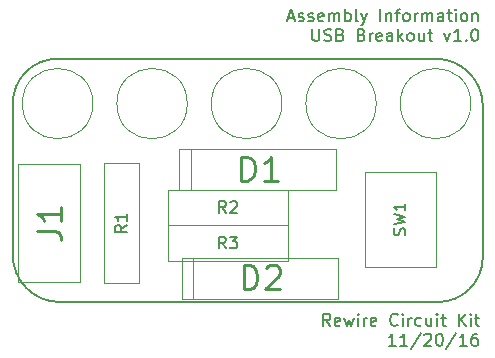
<source format=gbr>
%TF.GenerationSoftware,KiCad,Pcbnew,4.0.4+e1-6308~48~ubuntu14.04.1-stable*%
%TF.CreationDate,2016-11-21T12:06:34-08:00*%
%TF.ProjectId,USB-Breakout-with-Reset,5553422D427265616B6F75742D776974,rev?*%
%TF.FileFunction,Other,Fab,Top*%
%FSLAX46Y46*%
G04 Gerber Fmt 4.6, Leading zero omitted, Abs format (unit mm)*
G04 Created by KiCad (PCBNEW 4.0.4+e1-6308~48~ubuntu14.04.1-stable) date Mon Nov 21 12:06:34 2016*
%MOMM*%
%LPD*%
G01*
G04 APERTURE LIST*
%ADD10C,0.350000*%
%ADD11C,0.152400*%
%ADD12C,0.050000*%
%ADD13C,0.050800*%
%ADD14C,0.040640*%
%ADD15C,0.254000*%
%ADD16C,0.150000*%
G04 APERTURE END LIST*
D10*
D11*
X153075810Y-115821419D02*
X152737144Y-115337610D01*
X152495239Y-115821419D02*
X152495239Y-114805419D01*
X152882286Y-114805419D01*
X152979048Y-114853800D01*
X153027429Y-114902181D01*
X153075810Y-114998943D01*
X153075810Y-115144086D01*
X153027429Y-115240848D01*
X152979048Y-115289229D01*
X152882286Y-115337610D01*
X152495239Y-115337610D01*
X153898286Y-115773038D02*
X153801524Y-115821419D01*
X153608001Y-115821419D01*
X153511239Y-115773038D01*
X153462858Y-115676276D01*
X153462858Y-115289229D01*
X153511239Y-115192467D01*
X153608001Y-115144086D01*
X153801524Y-115144086D01*
X153898286Y-115192467D01*
X153946667Y-115289229D01*
X153946667Y-115385990D01*
X153462858Y-115482752D01*
X154285334Y-115144086D02*
X154478858Y-115821419D01*
X154672381Y-115337610D01*
X154865905Y-115821419D01*
X155059429Y-115144086D01*
X155446477Y-115821419D02*
X155446477Y-115144086D01*
X155446477Y-114805419D02*
X155398096Y-114853800D01*
X155446477Y-114902181D01*
X155494858Y-114853800D01*
X155446477Y-114805419D01*
X155446477Y-114902181D01*
X155930287Y-115821419D02*
X155930287Y-115144086D01*
X155930287Y-115337610D02*
X155978668Y-115240848D01*
X156027049Y-115192467D01*
X156123811Y-115144086D01*
X156220572Y-115144086D01*
X156946286Y-115773038D02*
X156849524Y-115821419D01*
X156656001Y-115821419D01*
X156559239Y-115773038D01*
X156510858Y-115676276D01*
X156510858Y-115289229D01*
X156559239Y-115192467D01*
X156656001Y-115144086D01*
X156849524Y-115144086D01*
X156946286Y-115192467D01*
X156994667Y-115289229D01*
X156994667Y-115385990D01*
X156510858Y-115482752D01*
X158784762Y-115724657D02*
X158736381Y-115773038D01*
X158591238Y-115821419D01*
X158494476Y-115821419D01*
X158349334Y-115773038D01*
X158252572Y-115676276D01*
X158204191Y-115579514D01*
X158155810Y-115385990D01*
X158155810Y-115240848D01*
X158204191Y-115047324D01*
X158252572Y-114950562D01*
X158349334Y-114853800D01*
X158494476Y-114805419D01*
X158591238Y-114805419D01*
X158736381Y-114853800D01*
X158784762Y-114902181D01*
X159220191Y-115821419D02*
X159220191Y-115144086D01*
X159220191Y-114805419D02*
X159171810Y-114853800D01*
X159220191Y-114902181D01*
X159268572Y-114853800D01*
X159220191Y-114805419D01*
X159220191Y-114902181D01*
X159704001Y-115821419D02*
X159704001Y-115144086D01*
X159704001Y-115337610D02*
X159752382Y-115240848D01*
X159800763Y-115192467D01*
X159897525Y-115144086D01*
X159994286Y-115144086D01*
X160768381Y-115773038D02*
X160671619Y-115821419D01*
X160478096Y-115821419D01*
X160381334Y-115773038D01*
X160332953Y-115724657D01*
X160284572Y-115627895D01*
X160284572Y-115337610D01*
X160332953Y-115240848D01*
X160381334Y-115192467D01*
X160478096Y-115144086D01*
X160671619Y-115144086D01*
X160768381Y-115192467D01*
X161639238Y-115144086D02*
X161639238Y-115821419D01*
X161203810Y-115144086D02*
X161203810Y-115676276D01*
X161252191Y-115773038D01*
X161348953Y-115821419D01*
X161494095Y-115821419D01*
X161590857Y-115773038D01*
X161639238Y-115724657D01*
X162123048Y-115821419D02*
X162123048Y-115144086D01*
X162123048Y-114805419D02*
X162074667Y-114853800D01*
X162123048Y-114902181D01*
X162171429Y-114853800D01*
X162123048Y-114805419D01*
X162123048Y-114902181D01*
X162461715Y-115144086D02*
X162848763Y-115144086D01*
X162606858Y-114805419D02*
X162606858Y-115676276D01*
X162655239Y-115773038D01*
X162752001Y-115821419D01*
X162848763Y-115821419D01*
X163961524Y-115821419D02*
X163961524Y-114805419D01*
X164542095Y-115821419D02*
X164106667Y-115240848D01*
X164542095Y-114805419D02*
X163961524Y-115385990D01*
X164977524Y-115821419D02*
X164977524Y-115144086D01*
X164977524Y-114805419D02*
X164929143Y-114853800D01*
X164977524Y-114902181D01*
X165025905Y-114853800D01*
X164977524Y-114805419D01*
X164977524Y-114902181D01*
X165316191Y-115144086D02*
X165703239Y-115144086D01*
X165461334Y-114805419D02*
X165461334Y-115676276D01*
X165509715Y-115773038D01*
X165606477Y-115821419D01*
X165703239Y-115821419D01*
X158639619Y-117497819D02*
X158059048Y-117497819D01*
X158349334Y-117497819D02*
X158349334Y-116481819D01*
X158252572Y-116626962D01*
X158155810Y-116723724D01*
X158059048Y-116772105D01*
X159607238Y-117497819D02*
X159026667Y-117497819D01*
X159316953Y-117497819D02*
X159316953Y-116481819D01*
X159220191Y-116626962D01*
X159123429Y-116723724D01*
X159026667Y-116772105D01*
X160768381Y-116433438D02*
X159897524Y-117739724D01*
X161058667Y-116578581D02*
X161107048Y-116530200D01*
X161203810Y-116481819D01*
X161445714Y-116481819D01*
X161542476Y-116530200D01*
X161590857Y-116578581D01*
X161639238Y-116675343D01*
X161639238Y-116772105D01*
X161590857Y-116917248D01*
X161010286Y-117497819D01*
X161639238Y-117497819D01*
X162268191Y-116481819D02*
X162364952Y-116481819D01*
X162461714Y-116530200D01*
X162510095Y-116578581D01*
X162558476Y-116675343D01*
X162606857Y-116868867D01*
X162606857Y-117110771D01*
X162558476Y-117304295D01*
X162510095Y-117401057D01*
X162461714Y-117449438D01*
X162364952Y-117497819D01*
X162268191Y-117497819D01*
X162171429Y-117449438D01*
X162123048Y-117401057D01*
X162074667Y-117304295D01*
X162026286Y-117110771D01*
X162026286Y-116868867D01*
X162074667Y-116675343D01*
X162123048Y-116578581D01*
X162171429Y-116530200D01*
X162268191Y-116481819D01*
X163768000Y-116433438D02*
X162897143Y-117739724D01*
X164638857Y-117497819D02*
X164058286Y-117497819D01*
X164348572Y-117497819D02*
X164348572Y-116481819D01*
X164251810Y-116626962D01*
X164155048Y-116723724D01*
X164058286Y-116772105D01*
X165509714Y-116481819D02*
X165316191Y-116481819D01*
X165219429Y-116530200D01*
X165171048Y-116578581D01*
X165074286Y-116723724D01*
X165025905Y-116917248D01*
X165025905Y-117304295D01*
X165074286Y-117401057D01*
X165122667Y-117449438D01*
X165219429Y-117497819D01*
X165412952Y-117497819D01*
X165509714Y-117449438D01*
X165558095Y-117401057D01*
X165606476Y-117304295D01*
X165606476Y-117062390D01*
X165558095Y-116965629D01*
X165509714Y-116917248D01*
X165412952Y-116868867D01*
X165219429Y-116868867D01*
X165122667Y-116917248D01*
X165074286Y-116965629D01*
X165025905Y-117062390D01*
X149544002Y-89731133D02*
X150027811Y-89731133D01*
X149447240Y-90021419D02*
X149785907Y-89005419D01*
X150124573Y-90021419D01*
X150414859Y-89973038D02*
X150511621Y-90021419D01*
X150705145Y-90021419D01*
X150801906Y-89973038D01*
X150850287Y-89876276D01*
X150850287Y-89827895D01*
X150801906Y-89731133D01*
X150705145Y-89682752D01*
X150560002Y-89682752D01*
X150463240Y-89634371D01*
X150414859Y-89537610D01*
X150414859Y-89489229D01*
X150463240Y-89392467D01*
X150560002Y-89344086D01*
X150705145Y-89344086D01*
X150801906Y-89392467D01*
X151237335Y-89973038D02*
X151334097Y-90021419D01*
X151527621Y-90021419D01*
X151624382Y-89973038D01*
X151672763Y-89876276D01*
X151672763Y-89827895D01*
X151624382Y-89731133D01*
X151527621Y-89682752D01*
X151382478Y-89682752D01*
X151285716Y-89634371D01*
X151237335Y-89537610D01*
X151237335Y-89489229D01*
X151285716Y-89392467D01*
X151382478Y-89344086D01*
X151527621Y-89344086D01*
X151624382Y-89392467D01*
X152495239Y-89973038D02*
X152398477Y-90021419D01*
X152204954Y-90021419D01*
X152108192Y-89973038D01*
X152059811Y-89876276D01*
X152059811Y-89489229D01*
X152108192Y-89392467D01*
X152204954Y-89344086D01*
X152398477Y-89344086D01*
X152495239Y-89392467D01*
X152543620Y-89489229D01*
X152543620Y-89585990D01*
X152059811Y-89682752D01*
X152979049Y-90021419D02*
X152979049Y-89344086D01*
X152979049Y-89440848D02*
X153027430Y-89392467D01*
X153124192Y-89344086D01*
X153269334Y-89344086D01*
X153366096Y-89392467D01*
X153414477Y-89489229D01*
X153414477Y-90021419D01*
X153414477Y-89489229D02*
X153462858Y-89392467D01*
X153559620Y-89344086D01*
X153704763Y-89344086D01*
X153801525Y-89392467D01*
X153849906Y-89489229D01*
X153849906Y-90021419D01*
X154333716Y-90021419D02*
X154333716Y-89005419D01*
X154333716Y-89392467D02*
X154430478Y-89344086D01*
X154624001Y-89344086D01*
X154720763Y-89392467D01*
X154769144Y-89440848D01*
X154817525Y-89537610D01*
X154817525Y-89827895D01*
X154769144Y-89924657D01*
X154720763Y-89973038D01*
X154624001Y-90021419D01*
X154430478Y-90021419D01*
X154333716Y-89973038D01*
X155398097Y-90021419D02*
X155301335Y-89973038D01*
X155252954Y-89876276D01*
X155252954Y-89005419D01*
X155688382Y-89344086D02*
X155930287Y-90021419D01*
X156172191Y-89344086D02*
X155930287Y-90021419D01*
X155833525Y-90263324D01*
X155785144Y-90311705D01*
X155688382Y-90360086D01*
X157333334Y-90021419D02*
X157333334Y-89005419D01*
X157817144Y-89344086D02*
X157817144Y-90021419D01*
X157817144Y-89440848D02*
X157865525Y-89392467D01*
X157962287Y-89344086D01*
X158107429Y-89344086D01*
X158204191Y-89392467D01*
X158252572Y-89489229D01*
X158252572Y-90021419D01*
X158591239Y-89344086D02*
X158978287Y-89344086D01*
X158736382Y-90021419D02*
X158736382Y-89150562D01*
X158784763Y-89053800D01*
X158881525Y-89005419D01*
X158978287Y-89005419D01*
X159462096Y-90021419D02*
X159365334Y-89973038D01*
X159316953Y-89924657D01*
X159268572Y-89827895D01*
X159268572Y-89537610D01*
X159316953Y-89440848D01*
X159365334Y-89392467D01*
X159462096Y-89344086D01*
X159607238Y-89344086D01*
X159704000Y-89392467D01*
X159752381Y-89440848D01*
X159800762Y-89537610D01*
X159800762Y-89827895D01*
X159752381Y-89924657D01*
X159704000Y-89973038D01*
X159607238Y-90021419D01*
X159462096Y-90021419D01*
X160236191Y-90021419D02*
X160236191Y-89344086D01*
X160236191Y-89537610D02*
X160284572Y-89440848D01*
X160332953Y-89392467D01*
X160429715Y-89344086D01*
X160526476Y-89344086D01*
X160865143Y-90021419D02*
X160865143Y-89344086D01*
X160865143Y-89440848D02*
X160913524Y-89392467D01*
X161010286Y-89344086D01*
X161155428Y-89344086D01*
X161252190Y-89392467D01*
X161300571Y-89489229D01*
X161300571Y-90021419D01*
X161300571Y-89489229D02*
X161348952Y-89392467D01*
X161445714Y-89344086D01*
X161590857Y-89344086D01*
X161687619Y-89392467D01*
X161736000Y-89489229D01*
X161736000Y-90021419D01*
X162655238Y-90021419D02*
X162655238Y-89489229D01*
X162606857Y-89392467D01*
X162510095Y-89344086D01*
X162316572Y-89344086D01*
X162219810Y-89392467D01*
X162655238Y-89973038D02*
X162558476Y-90021419D01*
X162316572Y-90021419D01*
X162219810Y-89973038D01*
X162171429Y-89876276D01*
X162171429Y-89779514D01*
X162219810Y-89682752D01*
X162316572Y-89634371D01*
X162558476Y-89634371D01*
X162655238Y-89585990D01*
X162993905Y-89344086D02*
X163380953Y-89344086D01*
X163139048Y-89005419D02*
X163139048Y-89876276D01*
X163187429Y-89973038D01*
X163284191Y-90021419D01*
X163380953Y-90021419D01*
X163719619Y-90021419D02*
X163719619Y-89344086D01*
X163719619Y-89005419D02*
X163671238Y-89053800D01*
X163719619Y-89102181D01*
X163768000Y-89053800D01*
X163719619Y-89005419D01*
X163719619Y-89102181D01*
X164348572Y-90021419D02*
X164251810Y-89973038D01*
X164203429Y-89924657D01*
X164155048Y-89827895D01*
X164155048Y-89537610D01*
X164203429Y-89440848D01*
X164251810Y-89392467D01*
X164348572Y-89344086D01*
X164493714Y-89344086D01*
X164590476Y-89392467D01*
X164638857Y-89440848D01*
X164687238Y-89537610D01*
X164687238Y-89827895D01*
X164638857Y-89924657D01*
X164590476Y-89973038D01*
X164493714Y-90021419D01*
X164348572Y-90021419D01*
X165122667Y-89344086D02*
X165122667Y-90021419D01*
X165122667Y-89440848D02*
X165171048Y-89392467D01*
X165267810Y-89344086D01*
X165412952Y-89344086D01*
X165509714Y-89392467D01*
X165558095Y-89489229D01*
X165558095Y-90021419D01*
X151576002Y-90681819D02*
X151576002Y-91504295D01*
X151624383Y-91601057D01*
X151672764Y-91649438D01*
X151769526Y-91697819D01*
X151963049Y-91697819D01*
X152059811Y-91649438D01*
X152108192Y-91601057D01*
X152156573Y-91504295D01*
X152156573Y-90681819D01*
X152592002Y-91649438D02*
X152737145Y-91697819D01*
X152979049Y-91697819D01*
X153075811Y-91649438D01*
X153124192Y-91601057D01*
X153172573Y-91504295D01*
X153172573Y-91407533D01*
X153124192Y-91310771D01*
X153075811Y-91262390D01*
X152979049Y-91214010D01*
X152785526Y-91165629D01*
X152688764Y-91117248D01*
X152640383Y-91068867D01*
X152592002Y-90972105D01*
X152592002Y-90875343D01*
X152640383Y-90778581D01*
X152688764Y-90730200D01*
X152785526Y-90681819D01*
X153027430Y-90681819D01*
X153172573Y-90730200D01*
X153946668Y-91165629D02*
X154091811Y-91214010D01*
X154140192Y-91262390D01*
X154188573Y-91359152D01*
X154188573Y-91504295D01*
X154140192Y-91601057D01*
X154091811Y-91649438D01*
X153995049Y-91697819D01*
X153608002Y-91697819D01*
X153608002Y-90681819D01*
X153946668Y-90681819D01*
X154043430Y-90730200D01*
X154091811Y-90778581D01*
X154140192Y-90875343D01*
X154140192Y-90972105D01*
X154091811Y-91068867D01*
X154043430Y-91117248D01*
X153946668Y-91165629D01*
X153608002Y-91165629D01*
X155736763Y-91165629D02*
X155881906Y-91214010D01*
X155930287Y-91262390D01*
X155978668Y-91359152D01*
X155978668Y-91504295D01*
X155930287Y-91601057D01*
X155881906Y-91649438D01*
X155785144Y-91697819D01*
X155398097Y-91697819D01*
X155398097Y-90681819D01*
X155736763Y-90681819D01*
X155833525Y-90730200D01*
X155881906Y-90778581D01*
X155930287Y-90875343D01*
X155930287Y-90972105D01*
X155881906Y-91068867D01*
X155833525Y-91117248D01*
X155736763Y-91165629D01*
X155398097Y-91165629D01*
X156414097Y-91697819D02*
X156414097Y-91020486D01*
X156414097Y-91214010D02*
X156462478Y-91117248D01*
X156510859Y-91068867D01*
X156607621Y-91020486D01*
X156704382Y-91020486D01*
X157430096Y-91649438D02*
X157333334Y-91697819D01*
X157139811Y-91697819D01*
X157043049Y-91649438D01*
X156994668Y-91552676D01*
X156994668Y-91165629D01*
X157043049Y-91068867D01*
X157139811Y-91020486D01*
X157333334Y-91020486D01*
X157430096Y-91068867D01*
X157478477Y-91165629D01*
X157478477Y-91262390D01*
X156994668Y-91359152D01*
X158349334Y-91697819D02*
X158349334Y-91165629D01*
X158300953Y-91068867D01*
X158204191Y-91020486D01*
X158010668Y-91020486D01*
X157913906Y-91068867D01*
X158349334Y-91649438D02*
X158252572Y-91697819D01*
X158010668Y-91697819D01*
X157913906Y-91649438D01*
X157865525Y-91552676D01*
X157865525Y-91455914D01*
X157913906Y-91359152D01*
X158010668Y-91310771D01*
X158252572Y-91310771D01*
X158349334Y-91262390D01*
X158833144Y-91697819D02*
X158833144Y-90681819D01*
X158929906Y-91310771D02*
X159220191Y-91697819D01*
X159220191Y-91020486D02*
X158833144Y-91407533D01*
X159800763Y-91697819D02*
X159704001Y-91649438D01*
X159655620Y-91601057D01*
X159607239Y-91504295D01*
X159607239Y-91214010D01*
X159655620Y-91117248D01*
X159704001Y-91068867D01*
X159800763Y-91020486D01*
X159945905Y-91020486D01*
X160042667Y-91068867D01*
X160091048Y-91117248D01*
X160139429Y-91214010D01*
X160139429Y-91504295D01*
X160091048Y-91601057D01*
X160042667Y-91649438D01*
X159945905Y-91697819D01*
X159800763Y-91697819D01*
X161010286Y-91020486D02*
X161010286Y-91697819D01*
X160574858Y-91020486D02*
X160574858Y-91552676D01*
X160623239Y-91649438D01*
X160720001Y-91697819D01*
X160865143Y-91697819D01*
X160961905Y-91649438D01*
X161010286Y-91601057D01*
X161348953Y-91020486D02*
X161736001Y-91020486D01*
X161494096Y-90681819D02*
X161494096Y-91552676D01*
X161542477Y-91649438D01*
X161639239Y-91697819D01*
X161736001Y-91697819D01*
X162752000Y-91020486D02*
X162993905Y-91697819D01*
X163235809Y-91020486D01*
X164155047Y-91697819D02*
X163574476Y-91697819D01*
X163864762Y-91697819D02*
X163864762Y-90681819D01*
X163768000Y-90826962D01*
X163671238Y-90923724D01*
X163574476Y-90972105D01*
X164590476Y-91601057D02*
X164638857Y-91649438D01*
X164590476Y-91697819D01*
X164542095Y-91649438D01*
X164590476Y-91601057D01*
X164590476Y-91697819D01*
X165267810Y-90681819D02*
X165364571Y-90681819D01*
X165461333Y-90730200D01*
X165509714Y-90778581D01*
X165558095Y-90875343D01*
X165606476Y-91068867D01*
X165606476Y-91310771D01*
X165558095Y-91504295D01*
X165509714Y-91601057D01*
X165461333Y-91649438D01*
X165364571Y-91697819D01*
X165267810Y-91697819D01*
X165171048Y-91649438D01*
X165122667Y-91601057D01*
X165074286Y-91504295D01*
X165025905Y-91310771D01*
X165025905Y-91068867D01*
X165074286Y-90875343D01*
X165122667Y-90778581D01*
X165171048Y-90730200D01*
X165267810Y-90681819D01*
X166000000Y-110000000D02*
X166000000Y-97200000D01*
X126200000Y-97000000D02*
X126200000Y-109800000D01*
X126200000Y-109800000D02*
G75*
G03X130200000Y-113800000I4000000J0D01*
G01*
X130200000Y-113800000D02*
X162200000Y-113800000D01*
X162200000Y-113800000D02*
G75*
G03X166000000Y-110000000I0J3800000D01*
G01*
X130000000Y-93200000D02*
G75*
G03X126200000Y-97000000I0J-3800000D01*
G01*
X162000000Y-93200000D02*
X130000000Y-93200000D01*
X166000000Y-97200000D02*
G75*
G03X162000000Y-93200000I-4000000J0D01*
G01*
D12*
X126650000Y-102100000D02*
X131900000Y-102100000D01*
X126650000Y-112100000D02*
X126650000Y-102100000D01*
X131900000Y-112100000D02*
X126650000Y-112100000D01*
X131900000Y-102100000D02*
X131900000Y-112100000D01*
D13*
X133900000Y-102020000D02*
X133900000Y-112220000D01*
X136900000Y-102020000D02*
X133900000Y-102020000D01*
X136900000Y-102120000D02*
X136900000Y-102020000D01*
X136900000Y-112220000D02*
X136900000Y-102120000D01*
X133900000Y-112220000D02*
X136900000Y-112220000D01*
X139320000Y-107300000D02*
X149520000Y-107300000D01*
X139320000Y-104300000D02*
X139320000Y-107300000D01*
X139420000Y-104300000D02*
X139320000Y-104300000D01*
X149520000Y-104300000D02*
X139420000Y-104300000D01*
X149520000Y-107300000D02*
X149520000Y-104300000D01*
X139320000Y-110300000D02*
X149520000Y-110300000D01*
X139320000Y-107300000D02*
X139320000Y-110300000D01*
X139420000Y-107300000D02*
X139320000Y-107300000D01*
X149520000Y-107300000D02*
X139420000Y-107300000D01*
X149520000Y-110300000D02*
X149520000Y-107300000D01*
D12*
X162000000Y-102800000D02*
X156000000Y-102800000D01*
X162000000Y-110800000D02*
X162000000Y-102800000D01*
X156000000Y-110800000D02*
X162000000Y-110800000D01*
X156000000Y-102800000D02*
X156000000Y-110800000D01*
D14*
X132982030Y-97000000D02*
G75*
G03X132982030Y-97000000I-2982030J0D01*
G01*
X148982030Y-97000000D02*
G75*
G03X148982030Y-97000000I-2982030J0D01*
G01*
X156982030Y-97000000D02*
G75*
G03X156982030Y-97000000I-2982030J0D01*
G01*
X140982030Y-97000000D02*
G75*
G03X140982030Y-97000000I-2982030J0D01*
G01*
X164982030Y-97000000D02*
G75*
G03X164982030Y-97000000I-2982030J0D01*
G01*
D13*
X140300000Y-100847460D02*
X140300000Y-101097460D01*
X153550000Y-100847460D02*
X140300000Y-100847460D01*
X153550000Y-104347460D02*
X153550000Y-100847460D01*
X153300000Y-104347460D02*
X153550000Y-104347460D01*
X140300000Y-104347460D02*
X153300000Y-104347460D01*
X140300000Y-101097460D02*
X140300000Y-104347460D01*
X141300000Y-100847460D02*
X141300000Y-104347460D01*
X140500000Y-110052540D02*
X140500000Y-110302540D01*
X153750000Y-110052540D02*
X140500000Y-110052540D01*
X153750000Y-113552540D02*
X153750000Y-110052540D01*
X153500000Y-113552540D02*
X153750000Y-113552540D01*
X140500000Y-113552540D02*
X153500000Y-113552540D01*
X140500000Y-110302540D02*
X140500000Y-113552540D01*
X141500000Y-110052540D02*
X141500000Y-113552540D01*
D15*
X128287238Y-107777333D02*
X129738667Y-107777333D01*
X130028952Y-107874095D01*
X130222476Y-108067619D01*
X130319238Y-108357904D01*
X130319238Y-108551428D01*
X130319238Y-105745334D02*
X130319238Y-106906476D01*
X130319238Y-106325905D02*
X128287238Y-106325905D01*
X128577524Y-106519429D01*
X128771048Y-106712953D01*
X128867810Y-106906476D01*
D16*
X135852381Y-107286666D02*
X135376190Y-107620000D01*
X135852381Y-107858095D02*
X134852381Y-107858095D01*
X134852381Y-107477142D01*
X134900000Y-107381904D01*
X134947619Y-107334285D01*
X135042857Y-107286666D01*
X135185714Y-107286666D01*
X135280952Y-107334285D01*
X135328571Y-107381904D01*
X135376190Y-107477142D01*
X135376190Y-107858095D01*
X135852381Y-106334285D02*
X135852381Y-106905714D01*
X135852381Y-106620000D02*
X134852381Y-106620000D01*
X134995238Y-106715238D01*
X135090476Y-106810476D01*
X135138095Y-106905714D01*
X144253334Y-106252381D02*
X143920000Y-105776190D01*
X143681905Y-106252381D02*
X143681905Y-105252381D01*
X144062858Y-105252381D01*
X144158096Y-105300000D01*
X144205715Y-105347619D01*
X144253334Y-105442857D01*
X144253334Y-105585714D01*
X144205715Y-105680952D01*
X144158096Y-105728571D01*
X144062858Y-105776190D01*
X143681905Y-105776190D01*
X144634286Y-105347619D02*
X144681905Y-105300000D01*
X144777143Y-105252381D01*
X145015239Y-105252381D01*
X145110477Y-105300000D01*
X145158096Y-105347619D01*
X145205715Y-105442857D01*
X145205715Y-105538095D01*
X145158096Y-105680952D01*
X144586667Y-106252381D01*
X145205715Y-106252381D01*
X144253334Y-109252381D02*
X143920000Y-108776190D01*
X143681905Y-109252381D02*
X143681905Y-108252381D01*
X144062858Y-108252381D01*
X144158096Y-108300000D01*
X144205715Y-108347619D01*
X144253334Y-108442857D01*
X144253334Y-108585714D01*
X144205715Y-108680952D01*
X144158096Y-108728571D01*
X144062858Y-108776190D01*
X143681905Y-108776190D01*
X144586667Y-108252381D02*
X145205715Y-108252381D01*
X144872381Y-108633333D01*
X145015239Y-108633333D01*
X145110477Y-108680952D01*
X145158096Y-108728571D01*
X145205715Y-108823810D01*
X145205715Y-109061905D01*
X145158096Y-109157143D01*
X145110477Y-109204762D01*
X145015239Y-109252381D01*
X144729524Y-109252381D01*
X144634286Y-109204762D01*
X144586667Y-109157143D01*
X159404762Y-108133333D02*
X159452381Y-107990476D01*
X159452381Y-107752380D01*
X159404762Y-107657142D01*
X159357143Y-107609523D01*
X159261905Y-107561904D01*
X159166667Y-107561904D01*
X159071429Y-107609523D01*
X159023810Y-107657142D01*
X158976190Y-107752380D01*
X158928571Y-107942857D01*
X158880952Y-108038095D01*
X158833333Y-108085714D01*
X158738095Y-108133333D01*
X158642857Y-108133333D01*
X158547619Y-108085714D01*
X158500000Y-108038095D01*
X158452381Y-107942857D01*
X158452381Y-107704761D01*
X158500000Y-107561904D01*
X158452381Y-107228571D02*
X159452381Y-106990476D01*
X158738095Y-106799999D01*
X159452381Y-106609523D01*
X158452381Y-106371428D01*
X159452381Y-105466666D02*
X159452381Y-106038095D01*
X159452381Y-105752381D02*
X158452381Y-105752381D01*
X158595238Y-105847619D01*
X158690476Y-105942857D01*
X158738095Y-106038095D01*
D15*
X145550191Y-103516698D02*
X145550191Y-101484698D01*
X146034000Y-101484698D01*
X146324286Y-101581460D01*
X146517810Y-101774984D01*
X146614571Y-101968508D01*
X146711333Y-102355555D01*
X146711333Y-102645841D01*
X146614571Y-103032889D01*
X146517810Y-103226412D01*
X146324286Y-103419936D01*
X146034000Y-103516698D01*
X145550191Y-103516698D01*
X148646571Y-103516698D02*
X147485429Y-103516698D01*
X148066000Y-103516698D02*
X148066000Y-101484698D01*
X147872476Y-101774984D01*
X147678952Y-101968508D01*
X147485429Y-102065270D01*
X145750191Y-112721778D02*
X145750191Y-110689778D01*
X146234000Y-110689778D01*
X146524286Y-110786540D01*
X146717810Y-110980064D01*
X146814571Y-111173588D01*
X146911333Y-111560635D01*
X146911333Y-111850921D01*
X146814571Y-112237969D01*
X146717810Y-112431492D01*
X146524286Y-112625016D01*
X146234000Y-112721778D01*
X145750191Y-112721778D01*
X147685429Y-110883302D02*
X147782191Y-110786540D01*
X147975714Y-110689778D01*
X148459524Y-110689778D01*
X148653048Y-110786540D01*
X148749810Y-110883302D01*
X148846571Y-111076826D01*
X148846571Y-111270350D01*
X148749810Y-111560635D01*
X147588667Y-112721778D01*
X148846571Y-112721778D01*
M02*

</source>
